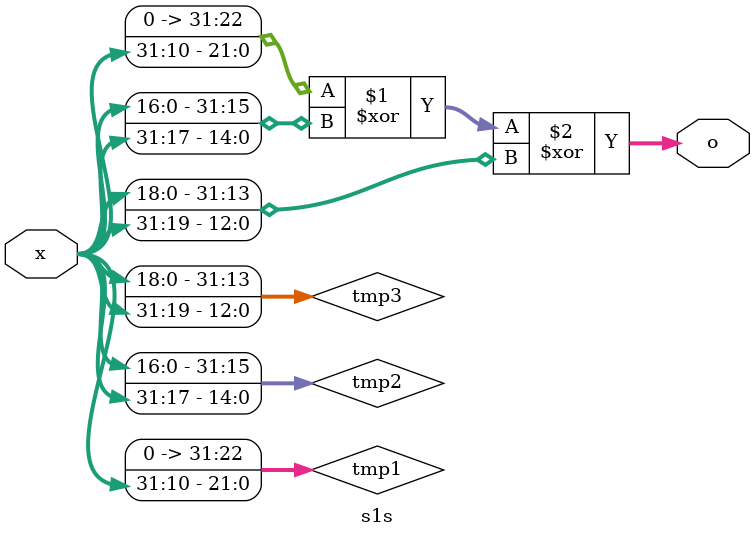
<source format=v>
`timescale 1ns/100ps

module chs (x,y,z,o);
  input  [31:0] x;
  input  [31:0] y;
  input  [31:0] z;
  output [31:0] o;
  
  wire [31:0] tmp1;
  wire [31:0] tmp2;
  
  assign tmp1 = x&y;
  assign tmp2 = (~x)&z;
  assign o    = tmp1^tmp2;
  
endmodule

//For maj(x,y,z) function
//maj(x,y,z)=(x&y)^(x&z)^(y&z)
module majs(x,y,z,o);
  input [31:0] x;
  input [31:0] y;
  input [31:0] z;
  output [31:0] o;
  
  wire [31:0] tmp1;
  wire [31:0] tmp2;
  wire [31:0] tmp3;
  
  assign tmp1 = x&y;
  assign tmp2 = x&z;
  assign tmp3 = y&z;
  assign o    = tmp1^tmp2^tmp3;
  
endmodule

//For e0(x) function
module e0s(x,o);
  input [31:0] x;
  output [31:0] o;
  
  wire [31:0] tmp1;
  wire [31:0] tmp2;
  wire [31:0] tmp3;
  
  assign tmp1 = {x[1:0],x[31:2]};
  assign tmp2 = {x[12:0],x[31:13]};
  assign tmp3 = {x[21:0],x[31:22]};
  assign o    = tmp1^tmp2^tmp3;
  
endmodule
  
//For e1(x) function
module e1s(x,o);
  input [31:0] x;
  output [31:0] o;
  
  wire [31:0] tmp1;
  wire [31:0] tmp2;
  wire [31:0] tmp3;
  
  assign tmp1 = {x[5:0],x[31:6]};
  assign tmp2 = {x[10:0],x[31:11]};
  assign tmp3 = {x[24:0],x[31:25]};
  assign o    = tmp1^tmp2^tmp3;
  
endmodule

//For s0 functoins
module s0s(x,o);
  input [31:0] x;
  output [31:0] o;
  
  wire [31:0] tmp1;
  wire [31:0] tmp2;
  wire [31:0] tmp3;
  
  assign tmp1 = {3'b000,x[31:3]};
  assign tmp2 = {x[6:0],x[31:7]};
  assign tmp3 = {x[17:0],x[31:18]};
  assign o    = tmp1^tmp2^tmp3;
  
endmodule

//For s1 functoins
module s1s(x,o);
  input [31:0] x;
  output [31:0] o;
  
  wire [31:0] tmp1;
  wire [31:0] tmp2;
  wire [31:0] tmp3;
  
  assign tmp1 = {10'b0000000000,x[31:10]};
  assign tmp2 = {x[16:0],x[31:17]};
  assign tmp3 = {x[18:0],x[31:19]};
  assign o    = tmp1^tmp2^tmp3;
  
endmodule

/*
module e0 (x, y);

	input [31:0] x;
	output [31:0] y;

	assign y = {x[1:0],x[31:2]} ^ {x[12:0],x[31:13]} ^ {x[21:0],x[31:22]};

endmodule


module e1 (x, y);

	input [31:0] x;
	output [31:0] y;

	assign y = {x[5:0],x[31:6]} ^ {x[10:0],x[31:11]} ^ {x[24:0],x[31:25]};

endmodule


module ch (x, y, z, o);

	input [31:0] x, y, z;
	output [31:0] o;

	assign o = z ^ (x & (y ^ z));

endmodule


module maj (x, y, z, o);

	input [31:0] x, y, z;
	output [31:0] o;

	assign o = (x & y) | (z & (x | y));

endmodule


module s0 (x, y);

	input [31:0] x;
	output [31:0] y;

	assign y[31:29] = x[6:4] ^ x[17:15];
	assign y[28:0] = {x[3:0], x[31:7]} ^ {x[14:0],x[31:18]} ^ x[31:3];

endmodule


module s1 (x, y);

	input [31:0] x;
	output [31:0] y;

	assign y[31:22] = x[16:7] ^ x[18:9];
	assign y[21:0] = {x[6:0],x[31:17]} ^ {x[8:0],x[31:19]} ^ x[31:10];

endmodule

*/
</source>
